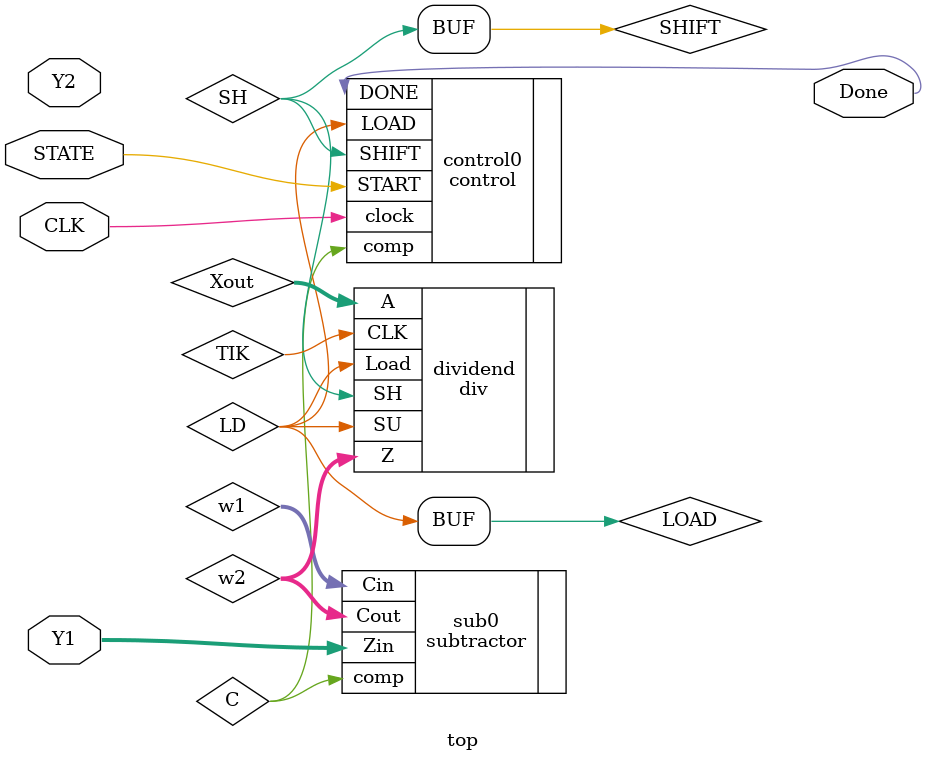
<source format=v>
`include "controller.v"
`include "registers.v"
`include "subtractor.v"
 
module top(STATE, CLK,  Y1, Y2, Done);
    // Inputs
    input [4:0] Y1, Y2;
    input STATE; 
    input CLK;
 
    // Outputs
    output Done;
 
    // Registers
    reg SHIFT;
    reg LOAD; 

    // Wires
    wire [4:0] w1, w2, Xin, Xout; 
    wire C; 
    wire SH; 
    wire LD;
    
    // Assignments
    assign SH = SHIFT;
    assign LD = LOAD;
 
    
    div dividend (.A(Xout), .Load(LD), .SH(SH), .CLK(TIK), .SU(LD), .Z(w2));
    
    subtractor sub0 (.Zin(Y1), .Cin(w1), .Cout(w2), .comp(C));
    
    control control0 (.START(STATE), .comp(C), .clock(CLK), .DONE(Done), .SHIFT(SH), .LOAD(LD));
 
endmodule 
</source>
